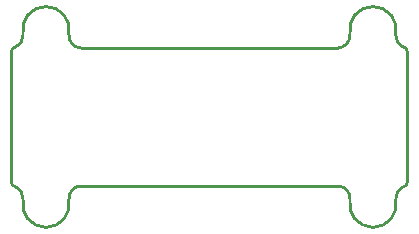
<source format=gm1>
G04*
G04 #@! TF.GenerationSoftware,Altium Limited,CircuitMaker,2.2.1 (2.2.1.6)*
G04*
G04 Layer_Color=16740166*
%FSLAX24Y24*%
%MOIN*%
G70*
G04*
G04 #@! TF.SameCoordinates,C416919A-7BC1-40E4-93D4-03DBD26D3EB5*
G04*
G04*
G04 #@! TF.FilePolarity,Positive*
G04*
G01*
G75*
%ADD22C,0.0100*%
D22*
X13044Y-39D02*
G03*
X12814Y-432I179J-368D01*
G01*
X11284Y-439D02*
G03*
X10891Y1I-416J24D01*
G01*
X11284Y-439D02*
G03*
X12814Y-432I766J-161D01*
G01*
X13044Y-39D02*
G03*
X13199Y125I-5J159D01*
G01*
Y4475D02*
G03*
X13044Y4639I-159J5D01*
G01*
X12814Y5032D02*
G03*
X11284Y5039I-764J168D01*
G01*
X10891Y4599D02*
G03*
X11284Y5039I-24J416D01*
G01*
X12814Y5032D02*
G03*
X13044Y4639I409J-24D01*
G01*
X386Y-432D02*
G03*
X1916Y-439I764J-168D01*
G01*
X2308Y1D02*
G03*
X1916Y-439I24J-416D01*
G01*
X386Y-432D02*
G03*
X156Y-39I-409J24D01*
G01*
X1Y125D02*
G03*
X156Y-39I159J-5D01*
G01*
Y4639D02*
G03*
X1Y4475I5J-159D01*
G01*
X156Y4639D02*
G03*
X386Y5032I-179J368D01*
G01*
X1916Y5039D02*
G03*
X2308Y4599I416J-24D01*
G01*
X1916Y5039D02*
G03*
X386Y5032I-766J161D01*
G01*
X10769Y1D02*
X10891D01*
X10450D02*
X10769D01*
X10550Y4599D02*
X10891D01*
X13200Y125D02*
Y4500D01*
X2308Y4599D02*
X10550D01*
X2296Y1D02*
X10450D01*
X1Y125D02*
Y4475D01*
M02*

</source>
